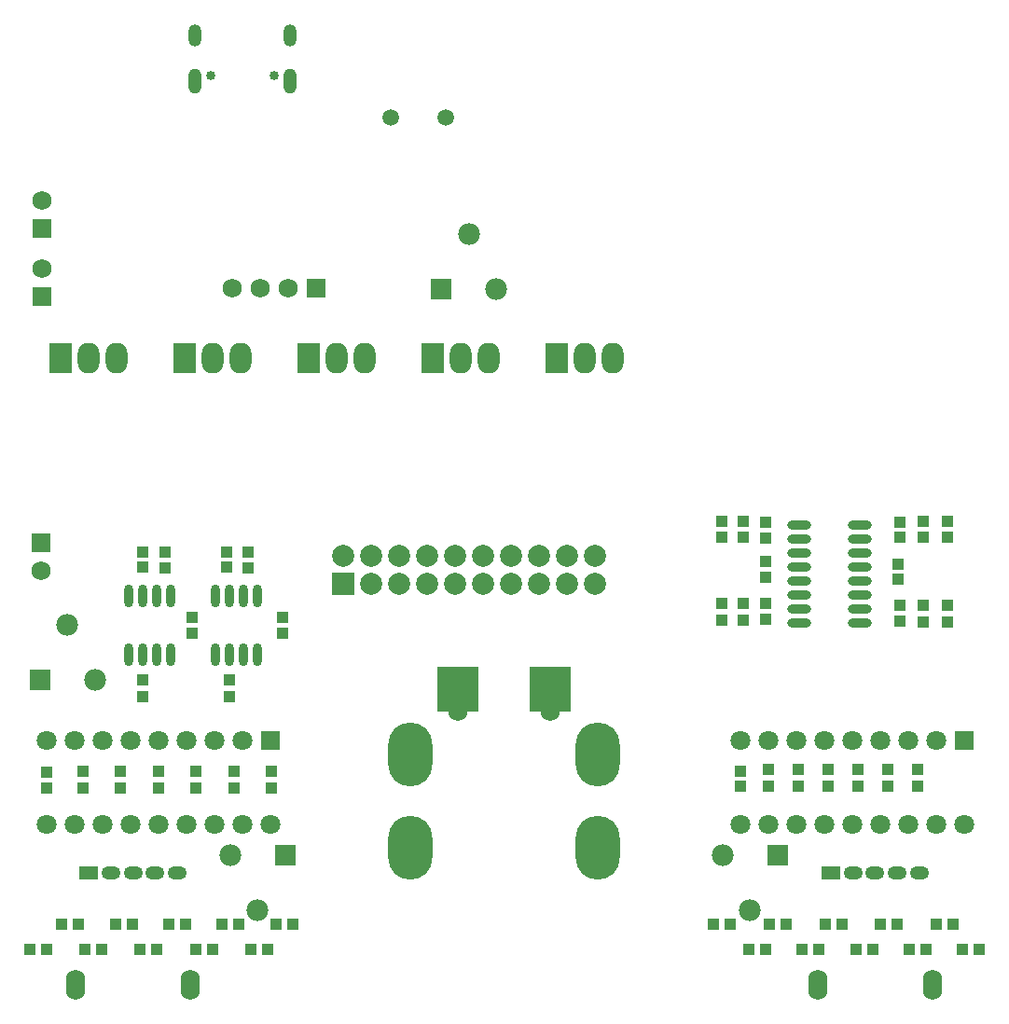
<source format=gbs>
G04*
G04 #@! TF.GenerationSoftware,Altium Limited,Altium Designer,20.2.6 (244)*
G04*
G04 Layer_Color=16711935*
%FSLAX24Y24*%
%MOIN*%
G70*
G04*
G04 #@! TF.SameCoordinates,F8AEF4A7-C5AA-40DC-9DAC-891B57281ED6*
G04*
G04*
G04 #@! TF.FilePolarity,Negative*
G04*
G01*
G75*
%ADD43R,0.1500X0.1600*%
%ADD47R,0.0434X0.0395*%
%ADD53R,0.0400X0.0400*%
%ADD59R,0.0420X0.0398*%
%ADD68C,0.0680*%
%ADD69O,0.1580X0.2280*%
%ADD70R,0.0789X0.1104*%
%ADD71O,0.0789X0.1104*%
%ADD72R,0.0789X0.0789*%
%ADD73C,0.0789*%
%ADD74C,0.0592*%
%ADD75R,0.0680X0.0680*%
%ADD76R,0.0710X0.0710*%
%ADD77C,0.0710*%
%ADD78R,0.0680X0.0680*%
%ADD79O,0.0680X0.0480*%
%ADD80R,0.0680X0.0480*%
%ADD81O,0.0680X0.1080*%
%ADD82C,0.0780*%
%ADD83R,0.0780X0.0780*%
%ADD84C,0.0336*%
%ADD85O,0.0474X0.0907*%
%ADD86O,0.0474X0.0789*%
%ADD136O,0.0328X0.0814*%
%ADD137O,0.0856X0.0317*%
D43*
X39160Y28980D02*
D03*
X42460D02*
D03*
D47*
X28700Y33876D02*
D03*
Y33324D02*
D03*
X31650Y33876D02*
D03*
Y33324D02*
D03*
X29650Y30974D02*
D03*
Y31526D02*
D03*
X32900Y30974D02*
D03*
Y31526D02*
D03*
X24450Y25998D02*
D03*
Y25446D02*
D03*
X49250Y26048D02*
D03*
Y25496D02*
D03*
X50150Y32026D02*
D03*
Y31474D02*
D03*
Y33526D02*
D03*
Y32974D02*
D03*
Y34940D02*
D03*
Y34389D02*
D03*
X54950Y31964D02*
D03*
Y31413D02*
D03*
X54900Y32899D02*
D03*
Y33450D02*
D03*
X54948Y34395D02*
D03*
Y34946D02*
D03*
X30900Y33882D02*
D03*
Y33331D02*
D03*
X27900Y33882D02*
D03*
Y33331D02*
D03*
D53*
X23850Y19675D02*
D03*
X24450D02*
D03*
X25825D02*
D03*
X26425D02*
D03*
X27800D02*
D03*
X28400D02*
D03*
X28825Y20575D02*
D03*
X29425D02*
D03*
X29775Y19675D02*
D03*
X30375D02*
D03*
X31750D02*
D03*
X32350D02*
D03*
X48300Y20575D02*
D03*
X48900D02*
D03*
X49550Y19675D02*
D03*
X50150D02*
D03*
X51462D02*
D03*
X52063D02*
D03*
X53375D02*
D03*
X53975D02*
D03*
X55287D02*
D03*
X55887D02*
D03*
X57200D02*
D03*
X57800D02*
D03*
X56250Y20575D02*
D03*
X56850D02*
D03*
X25600D02*
D03*
X25000D02*
D03*
X27513D02*
D03*
X26913D02*
D03*
X31337D02*
D03*
X30738D02*
D03*
X33250D02*
D03*
X32650D02*
D03*
X50887D02*
D03*
X50287D02*
D03*
X54862D02*
D03*
X54262D02*
D03*
X52875D02*
D03*
X52275D02*
D03*
D59*
X27900Y28703D02*
D03*
Y29297D02*
D03*
X31000Y28703D02*
D03*
Y29297D02*
D03*
X25757Y25453D02*
D03*
Y26047D02*
D03*
X27106Y25453D02*
D03*
Y26047D02*
D03*
X28454Y25453D02*
D03*
Y26047D02*
D03*
X29803D02*
D03*
Y25453D02*
D03*
X31151Y26047D02*
D03*
Y25453D02*
D03*
X32500Y26047D02*
D03*
Y25453D02*
D03*
X50271Y26097D02*
D03*
Y25503D02*
D03*
X51333D02*
D03*
Y26097D02*
D03*
X52396Y25503D02*
D03*
Y26097D02*
D03*
X53458Y25503D02*
D03*
Y26097D02*
D03*
X54520D02*
D03*
Y25503D02*
D03*
X55583Y26097D02*
D03*
Y25503D02*
D03*
X48600Y31453D02*
D03*
Y32047D02*
D03*
X49354D02*
D03*
Y31453D02*
D03*
X48600Y34396D02*
D03*
Y34989D02*
D03*
X49354Y34396D02*
D03*
Y34989D02*
D03*
X55779Y31370D02*
D03*
Y31963D02*
D03*
X56650Y31370D02*
D03*
Y31963D02*
D03*
X55779Y34396D02*
D03*
Y34989D02*
D03*
X56650D02*
D03*
Y34396D02*
D03*
D68*
X39160Y28180D02*
D03*
X42460D02*
D03*
X32100Y43300D02*
D03*
X31100D02*
D03*
X33100D02*
D03*
X24250Y33200D02*
D03*
X24300Y44000D02*
D03*
Y46450D02*
D03*
D69*
X37460Y23310D02*
D03*
X44160D02*
D03*
X37460Y26650D02*
D03*
X44160D02*
D03*
D70*
X24950Y40798D02*
D03*
X29388D02*
D03*
X33825D02*
D03*
X38263D02*
D03*
X42700D02*
D03*
D71*
X26950Y40802D02*
D03*
X25950Y40798D02*
D03*
X30387D02*
D03*
X31388Y40802D02*
D03*
X34825Y40798D02*
D03*
X35825Y40802D02*
D03*
X40262D02*
D03*
X39262Y40798D02*
D03*
X44700Y40802D02*
D03*
X43700Y40798D02*
D03*
D72*
X35050Y32750D02*
D03*
D73*
Y33750D02*
D03*
X36050Y32750D02*
D03*
Y33750D02*
D03*
X37050Y32750D02*
D03*
Y33750D02*
D03*
X38050Y32750D02*
D03*
Y33750D02*
D03*
X39050Y32750D02*
D03*
Y33750D02*
D03*
X40050Y32750D02*
D03*
Y33750D02*
D03*
X41050Y32750D02*
D03*
Y33750D02*
D03*
X42050Y32750D02*
D03*
Y33750D02*
D03*
X43050Y32750D02*
D03*
Y33750D02*
D03*
X44050Y32750D02*
D03*
Y33750D02*
D03*
D74*
X38719Y49400D02*
D03*
X36750D02*
D03*
D75*
X34100Y43300D02*
D03*
D76*
X57250Y27150D02*
D03*
X32450D02*
D03*
D77*
X56250D02*
D03*
X55250D02*
D03*
X54250D02*
D03*
X53250D02*
D03*
X52250D02*
D03*
X51250D02*
D03*
X50250D02*
D03*
X57250Y24150D02*
D03*
X56250D02*
D03*
X49250Y27150D02*
D03*
Y24150D02*
D03*
X50250D02*
D03*
X51250D02*
D03*
X52250D02*
D03*
X53250D02*
D03*
X54250D02*
D03*
X55250D02*
D03*
X31450Y27150D02*
D03*
X30450D02*
D03*
X29450D02*
D03*
X28450D02*
D03*
X27450D02*
D03*
X26450D02*
D03*
X25450D02*
D03*
X32450Y24150D02*
D03*
X31450D02*
D03*
X24450Y27150D02*
D03*
Y24150D02*
D03*
X25450D02*
D03*
X26450D02*
D03*
X27450D02*
D03*
X28450D02*
D03*
X29450D02*
D03*
X30450D02*
D03*
D78*
X24250Y34200D02*
D03*
X24300Y43000D02*
D03*
Y45450D02*
D03*
D79*
X28340Y22400D02*
D03*
X27550D02*
D03*
X26760D02*
D03*
X29130D02*
D03*
X55650D02*
D03*
X53280D02*
D03*
X54070D02*
D03*
X54860D02*
D03*
D80*
X25970D02*
D03*
X52490D02*
D03*
D81*
X25500Y18420D02*
D03*
X29600D02*
D03*
X56120D02*
D03*
X52020D02*
D03*
D82*
X25195Y31285D02*
D03*
X26185Y29315D02*
D03*
X32005Y21065D02*
D03*
X31015Y23035D02*
D03*
X49605Y21065D02*
D03*
X48615Y23035D02*
D03*
X39545Y45235D02*
D03*
X40535Y43265D02*
D03*
D83*
X24215Y29315D02*
D03*
X32985Y23035D02*
D03*
X50585D02*
D03*
X38565Y43265D02*
D03*
D84*
X32592Y50902D02*
D03*
X30308Y50898D02*
D03*
D85*
X33151Y50705D02*
D03*
X29749D02*
D03*
D86*
X33151Y52339D02*
D03*
X29749D02*
D03*
D136*
X28900Y30194D02*
D03*
X28400D02*
D03*
X27900D02*
D03*
X27400D02*
D03*
X28900Y32306D02*
D03*
X28400D02*
D03*
X27900D02*
D03*
X27400D02*
D03*
X32000Y30194D02*
D03*
X31500D02*
D03*
X31000D02*
D03*
X30500D02*
D03*
X32000Y32306D02*
D03*
X31500D02*
D03*
X31000D02*
D03*
X30500D02*
D03*
D137*
X51373Y31350D02*
D03*
Y31850D02*
D03*
Y32350D02*
D03*
Y32850D02*
D03*
Y33350D02*
D03*
Y33850D02*
D03*
Y34350D02*
D03*
Y34850D02*
D03*
X53527Y31350D02*
D03*
Y31850D02*
D03*
Y32350D02*
D03*
Y32850D02*
D03*
Y33350D02*
D03*
Y33850D02*
D03*
Y34350D02*
D03*
Y34850D02*
D03*
M02*

</source>
